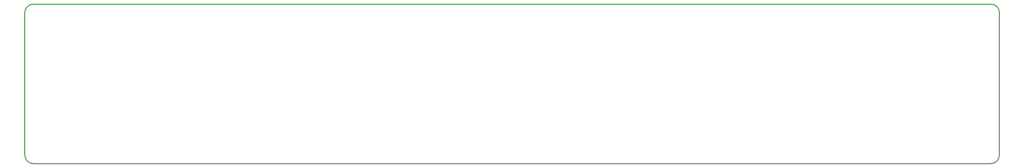
<source format=gbr>
G04 #@! TF.FileFunction,Profile,NP*
%FSLAX46Y46*%
G04 Gerber Fmt 4.6, Leading zero omitted, Abs format (unit mm)*
G04 Created by KiCad (PCBNEW 4.0.2-stable) date Saturday, September 17, 2016 'AMt' 12:21:50 AM*
%MOMM*%
G01*
G04 APERTURE LIST*
%ADD10C,0.100000*%
%ADD11C,0.150000*%
G04 APERTURE END LIST*
D10*
D11*
X34544000Y-126492000D02*
X205232000Y-126492000D01*
X33020000Y-99568000D02*
X33020000Y-124968000D01*
X33020000Y-124968000D02*
G75*
G03X34544000Y-126492000I1524000J0D01*
G01*
X34544000Y-98044000D02*
X205232000Y-98044000D01*
X34544000Y-98044000D02*
G75*
G03X33020000Y-99568000I0J-1524000D01*
G01*
X206756000Y-124968000D02*
X206756000Y-99568000D01*
X205232000Y-126492000D02*
G75*
G03X206756000Y-124968000I0J1524000D01*
G01*
X206756000Y-99568000D02*
G75*
G03X205232000Y-98044000I-1524000J0D01*
G01*
M02*

</source>
